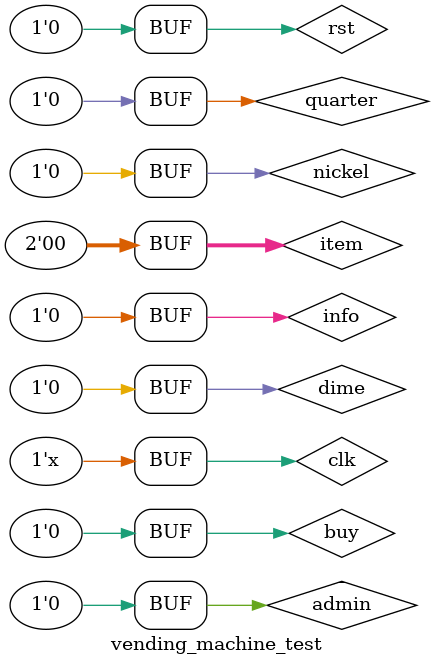
<source format=v>
`timescale 1ns / 1ps


module vending_machine_test;

	// Inputs
	reg clk;
	reg [1:0] item;
	reg nickel;
	reg dime;
	reg quarter;
	reg rst;
	reg admin;
	reg info;
	reg buy;

	// Outputs
	wire [2:0] output_state;
	wire [6:0] output_money;

	// Instantiate the Unit Under Test (UUT)
	vending_machine uut (
		.clk(clk), 
		.item(item), 
		.nickel(nickel), 
		.dime(dime), 
		.quarter(quarter), 
		.rst(rst), 
		.admin(admin), 
		.info(info), 
		.buy(buy), 
		.output_state(output_state),
		.output_money(output_money)
	);
	
	

	initial begin
		// Initialize Inputs
		clk = 0;
		item = 0;
		nickel = 0;
		dime = 0;
		quarter = 0;
		rst = 0;
		admin = 0;
		info = 0;
		buy = 0;
		// Initial State: Price - 000

		// Wait 100 ns for global reset to finish
		#100;
        
		// Add stimulus here
		info = 1;
		#1000;			// State: Quantity - 001
		info = 0;	
		#1000;			// State: Price - 000
		admin = 1;
		#1000;			// State: Revenue - 010
		info = 1;
		#1000; 		// State: Update - 011
		admin = 0; 
		#1000; 		// State: Quantity - 001
		admin = 1; 
		info = 0; 
		#1000; 		// State: Revenue - 010
		//nickel = 1;
		#1000; 		// State: Revenue - 010
		//nickel = 0;
		admin = 0;
		info = 0;
		#1000;			// State: Price - 000
		nickel = 1;		// Money: 0000101
		#10;				// State: Buy - 100
		nickel = 0;
		#1000;
		nickel = 1;		// Money: 0001010
		#10;
		nickel = 0;		
		#1000;
		dime = 1;		// Money: 0010100
		#10;
		dime = 0;
		#1000;
		quarter = 1;	// Money: 0101101
		#10;
		quarter = 0;

	end
	always
		#5 clk = ~clk;
     
endmodule


</source>
